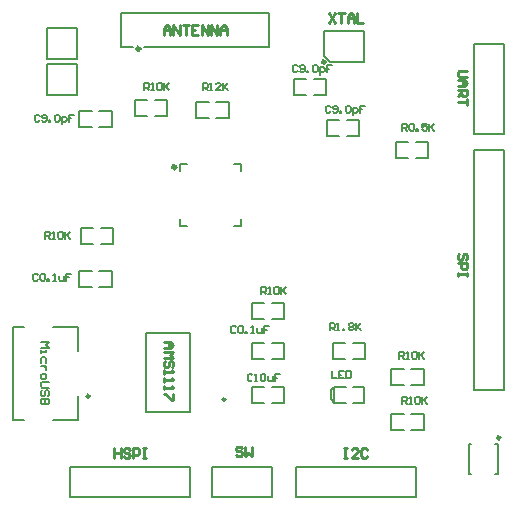
<source format=gto>
G04*
G04 #@! TF.GenerationSoftware,Altium Limited,Altium Designer,18.1.7 (191)*
G04*
G04 Layer_Color=65535*
%FSLAX43Y43*%
%MOMM*%
G71*
G01*
G75*
%ADD10C,0.250*%
%ADD11C,0.350*%
%ADD12C,0.450*%
%ADD13C,0.152*%
%ADD14C,0.127*%
%ADD15C,0.152*%
%ADD16C,0.200*%
%ADD17C,0.254*%
%ADD18C,0.180*%
D10*
X18033Y10654D02*
G03*
X18033Y10654I-125J0D01*
G01*
X6540Y10922D02*
G03*
X6540Y10922I-125J0D01*
G01*
D11*
X10819Y40335D02*
G03*
X10819Y40335I-150J0D01*
G01*
X26467Y39213D02*
G03*
X26467Y39213I-100J0D01*
G01*
X41278Y7413D02*
G03*
X41278Y7413I-100J0D01*
G01*
D12*
X13795Y30319D02*
G03*
X13795Y30319I-100J0D01*
G01*
D13*
X11358Y9604D02*
Y16304D01*
Y16301D02*
X15058D01*
Y9601D02*
Y16301D01*
X11358Y9601D02*
X15058D01*
X9244Y43360D02*
X21744D01*
X9244Y40460D02*
X10244D01*
X9244Y40510D02*
Y43310D01*
X11119Y40460D02*
X21744D01*
Y43335D01*
X26367Y39738D02*
X26892Y39213D01*
X26367Y39738D02*
Y41813D01*
X26892Y39213D02*
X29767D01*
X26367Y39738D02*
X26892Y39213D01*
X26367Y41813D02*
X29767D01*
Y39213D02*
Y41813D01*
X18795Y30544D02*
X19395D01*
Y29944D02*
Y30544D01*
Y25344D02*
Y25944D01*
X18795Y25344D02*
X19395D01*
X14195D02*
X14795D01*
X14195D02*
Y25944D01*
Y30544D02*
X14763D01*
X14195Y29944D02*
Y30544D01*
X26949Y10663D02*
X27249Y10363D01*
X26949Y11435D02*
X27249Y11735D01*
X26949Y10663D02*
Y11435D01*
D14*
X3417Y16764D02*
X5575D01*
X67D02*
X1017D01*
X67Y8890D02*
X1017D01*
X5575Y14732D02*
Y16727D01*
Y8927D02*
Y10922D01*
X67Y8927D02*
Y16727D01*
X3417Y8890D02*
X5575D01*
D15*
X28835Y14046D02*
X29896D01*
X28835Y15418D02*
X29896D01*
X27127D02*
X28210D01*
X27127Y14046D02*
X28210D01*
X29896D02*
Y15418D01*
X27127Y14046D02*
Y15418D01*
X27249Y10363D02*
Y11735D01*
X29810Y10363D02*
Y11735D01*
X27249Y10363D02*
X28224D01*
X27249Y11735D02*
X28224D01*
X28824D02*
X29810D01*
X28824Y10363D02*
X29810D01*
X23038D02*
Y11735D01*
X20269Y10363D02*
Y11735D01*
X21955D02*
X23038D01*
X21955Y10363D02*
X23038D01*
X20269D02*
X21330D01*
X20269Y11735D02*
X21330D01*
X23038Y14046D02*
Y15418D01*
X20269Y14046D02*
Y15418D01*
X21955D02*
X23038D01*
X21955Y14046D02*
X23038D01*
X20269D02*
X21330D01*
X20269Y15418D02*
X21330D01*
X32080Y9449D02*
X33141D01*
X32080Y8077D02*
X33141D01*
X33766D02*
X34849D01*
X33766Y9449D02*
X34849D01*
X32080Y8077D02*
Y9449D01*
X34849Y8077D02*
Y9449D01*
X32080Y13259D02*
X33141D01*
X32080Y11887D02*
X33141D01*
X33766D02*
X34849D01*
X33766Y13259D02*
X34849D01*
X32080Y11887D02*
Y13259D01*
X34849Y11887D02*
Y13259D01*
X32461Y32436D02*
X33522D01*
X32461Y31064D02*
X33522D01*
X34147D02*
X35230D01*
X34147Y32436D02*
X35230D01*
X32461Y31064D02*
Y32436D01*
X35230Y31064D02*
Y32436D01*
X20269Y18847D02*
X21330D01*
X20269Y17475D02*
X21330D01*
X21955D02*
X23038D01*
X21955Y18847D02*
X23038D01*
X20269Y17475D02*
Y18847D01*
X23038Y17475D02*
Y18847D01*
X10363Y35992D02*
X11424D01*
X10363Y34620D02*
X11424D01*
X12049D02*
X13132D01*
X12049Y35992D02*
X13132D01*
X10363Y34620D02*
Y35992D01*
X13132Y34620D02*
Y35992D01*
X15570Y35865D02*
X16631D01*
X15570Y34493D02*
X16631D01*
X17256D02*
X18339D01*
X17256Y35865D02*
X18339D01*
X15570Y34493D02*
Y35865D01*
X18339Y34493D02*
Y35865D01*
X5791Y25197D02*
X6852D01*
X5791Y23825D02*
X6852D01*
X7477D02*
X8560D01*
X7477Y25197D02*
X8560D01*
X5791Y23825D02*
Y25197D01*
X8560Y23825D02*
Y25197D01*
X8433Y20142D02*
Y21514D01*
X5664Y20142D02*
Y21514D01*
X7350D02*
X8433D01*
X7350Y20142D02*
X8433D01*
X5664D02*
X6725D01*
X5664Y21514D02*
X6725D01*
X8433Y33731D02*
Y35103D01*
X5664Y33731D02*
Y35103D01*
X7350D02*
X8433D01*
X7350Y33731D02*
X8433D01*
X5664D02*
X6725D01*
X5664Y35103D02*
X6725D01*
X29388Y32969D02*
Y34341D01*
X26619Y32969D02*
Y34341D01*
X28305D02*
X29388D01*
X28305Y32969D02*
X29388D01*
X26619D02*
X27680D01*
X26619Y34341D02*
X27680D01*
X23825Y36398D02*
Y37770D01*
X26594Y36398D02*
Y37770D01*
X23825Y36398D02*
X24908D01*
X23825Y37770D02*
X24908D01*
X25533D02*
X26594D01*
X25533Y36398D02*
X26594D01*
D16*
X2921Y36449D02*
Y39069D01*
Y36449D02*
X5461D01*
Y39069D01*
X2921D02*
X5461D01*
X2921Y39497D02*
Y42117D01*
Y39497D02*
X5461D01*
Y42117D01*
X2921D02*
X5461D01*
X24003Y2413D02*
Y4953D01*
X34163D01*
X24003Y2413D02*
X34163D01*
Y4953D01*
X21998Y2413D02*
Y4953D01*
X16918Y2413D02*
X21998D01*
X16918D02*
Y4953D01*
X21998D01*
X41656Y33147D02*
Y40767D01*
X39116D02*
X41656D01*
X39116Y33147D02*
Y40767D01*
Y33147D02*
X41656D01*
X39116Y11434D02*
Y31754D01*
Y11434D02*
X41656D01*
Y31754D01*
X39116D02*
X41656D01*
X40878Y4338D02*
X41118D01*
X38628D02*
X38878D01*
X38628Y6838D02*
X38878D01*
X40878D02*
X41128D01*
Y4338D02*
Y6838D01*
X38628Y4338D02*
Y6838D01*
X4853Y2413D02*
Y4953D01*
X15013D01*
X4853Y2413D02*
X15013D01*
Y4953D01*
X2413Y15494D02*
X3113D01*
X2880Y15261D01*
X3113Y15027D01*
X2413D01*
Y14794D02*
Y14561D01*
Y14678D01*
X2880D01*
Y14794D01*
Y13745D02*
Y14094D01*
X2763Y14211D01*
X2530D01*
X2413Y14094D01*
Y13745D01*
X2880Y13511D02*
X2413D01*
X2646D01*
X2763Y13395D01*
X2880Y13278D01*
Y13161D01*
X2413Y12695D02*
Y12462D01*
X2530Y12345D01*
X2763D01*
X2880Y12462D01*
Y12695D01*
X2763Y12812D01*
X2530D01*
X2413Y12695D01*
X3113Y12112D02*
X2530D01*
X2413Y11995D01*
Y11762D01*
X2530Y11645D01*
X3113D01*
X2996Y10945D02*
X3113Y11062D01*
Y11295D01*
X2996Y11412D01*
X2880D01*
X2763Y11295D01*
Y11062D01*
X2646Y10945D01*
X2530D01*
X2413Y11062D01*
Y11295D01*
X2530Y11412D01*
X3113Y10712D02*
X2413D01*
Y10362D01*
X2530Y10246D01*
X2646D01*
X2763Y10362D01*
Y10712D01*
Y10362D01*
X2880Y10246D01*
X2996D01*
X3113Y10362D01*
Y10712D01*
D17*
X26797Y43345D02*
X27330Y42545D01*
Y43345D02*
X26797Y42545D01*
X27597Y43345D02*
X28130D01*
X27863D01*
Y42545D01*
X28396D02*
Y43078D01*
X28663Y43345D01*
X28930Y43078D01*
Y42545D01*
Y42945D01*
X28396D01*
X29196Y43345D02*
Y42545D01*
X29729D01*
X38519Y38481D02*
X37852D01*
X37719Y38348D01*
Y38081D01*
X37852Y37948D01*
X38519D01*
X37719Y37681D02*
X38252D01*
X38519Y37415D01*
X38252Y37148D01*
X37719D01*
X38119D01*
Y37681D01*
X37719Y36882D02*
X38519D01*
Y36482D01*
X38385Y36348D01*
X38119D01*
X37986Y36482D01*
Y36882D01*
Y36615D02*
X37719Y36348D01*
X38519Y36082D02*
Y35549D01*
Y35815D01*
X37719D01*
X38385Y22454D02*
X38519Y22587D01*
Y22854D01*
X38385Y22987D01*
X38252D01*
X38119Y22854D01*
Y22587D01*
X37986Y22454D01*
X37852D01*
X37719Y22587D01*
Y22854D01*
X37852Y22987D01*
X37719Y22187D02*
X38519D01*
Y21787D01*
X38385Y21654D01*
X38119D01*
X37986Y21787D01*
Y22187D01*
X38519Y21388D02*
Y21121D01*
Y21254D01*
X37719D01*
Y21388D01*
Y21121D01*
X19456Y6508D02*
X19323Y6642D01*
X19056D01*
X18923Y6508D01*
Y6375D01*
X19056Y6242D01*
X19323D01*
X19456Y6109D01*
Y5975D01*
X19323Y5842D01*
X19056D01*
X18923Y5975D01*
X19723Y6642D02*
Y5842D01*
X19989Y6109D01*
X20256Y5842D01*
Y6642D01*
X28067Y6515D02*
X28334D01*
X28200D01*
Y5715D01*
X28067D01*
X28334D01*
X29267D02*
X28733D01*
X29267Y6248D01*
Y6381D01*
X29133Y6515D01*
X28867D01*
X28733Y6381D01*
X30066D02*
X29933Y6515D01*
X29666D01*
X29533Y6381D01*
Y5848D01*
X29666Y5715D01*
X29933D01*
X30066Y5848D01*
X8636Y6515D02*
Y5715D01*
Y6115D01*
X9169D01*
Y6515D01*
Y5715D01*
X9969Y6381D02*
X9836Y6515D01*
X9569D01*
X9436Y6381D01*
Y6248D01*
X9569Y6115D01*
X9836D01*
X9969Y5982D01*
Y5848D01*
X9836Y5715D01*
X9569D01*
X9436Y5848D01*
X10235Y5715D02*
Y6515D01*
X10635D01*
X10769Y6381D01*
Y6115D01*
X10635Y5982D01*
X10235D01*
X11035Y6515D02*
X11302D01*
X11169D01*
Y5715D01*
X11035D01*
X11302D01*
X12827Y15494D02*
X13360D01*
X13627Y15227D01*
X13360Y14961D01*
X12827D01*
X13227D01*
Y15494D01*
X12827Y14694D02*
X13627D01*
X13360Y14428D01*
X13627Y14161D01*
X12827D01*
X13493Y13361D02*
X13627Y13495D01*
Y13761D01*
X13493Y13895D01*
X13360D01*
X13227Y13761D01*
Y13495D01*
X13094Y13361D01*
X12960D01*
X12827Y13495D01*
Y13761D01*
X12960Y13895D01*
X12827Y13095D02*
Y12828D01*
Y12961D01*
X13627D01*
X13493Y13095D01*
X12827Y12428D02*
Y12162D01*
Y12295D01*
X13627D01*
X13493Y12428D01*
X12827Y11762D02*
Y11495D01*
Y11629D01*
X13627D01*
X13493Y11762D01*
X13627Y11095D02*
Y10562D01*
X13493D01*
X12960Y11095D01*
X12827D01*
Y41529D02*
Y42062D01*
X13094Y42329D01*
X13360Y42062D01*
Y41529D01*
Y41929D01*
X12827D01*
X13627Y41529D02*
Y42329D01*
X14160Y41529D01*
Y42329D01*
X14426D02*
X14960D01*
X14693D01*
Y41529D01*
X15759Y42329D02*
X15226D01*
Y41529D01*
X15759D01*
X15226Y41929D02*
X15493D01*
X16026Y41529D02*
Y42329D01*
X16559Y41529D01*
Y42329D01*
X16826Y41529D02*
Y42329D01*
X17359Y41529D01*
Y42329D01*
X17625Y41529D02*
Y42062D01*
X17892Y42329D01*
X18159Y42062D01*
Y41529D01*
Y41929D01*
X17625D01*
D18*
X27051Y13046D02*
Y12446D01*
X27451D01*
X28051Y13046D02*
X27651D01*
Y12446D01*
X28051D01*
X27651Y12746D02*
X27851D01*
X28251Y13046D02*
Y12446D01*
X28551D01*
X28650Y12546D01*
Y12946D01*
X28551Y13046D01*
X28251D01*
X33020Y10287D02*
Y10887D01*
X33320D01*
X33420Y10787D01*
Y10587D01*
X33320Y10487D01*
X33020D01*
X33220D02*
X33420Y10287D01*
X33620D02*
X33820D01*
X33720D01*
Y10887D01*
X33620Y10787D01*
X34120D02*
X34220Y10887D01*
X34420D01*
X34520Y10787D01*
Y10387D01*
X34420Y10287D01*
X34220D01*
X34120Y10387D01*
Y10787D01*
X34719Y10887D02*
Y10287D01*
Y10487D01*
X35119Y10887D01*
X34819Y10587D01*
X35119Y10287D01*
X32766Y14097D02*
Y14697D01*
X33066D01*
X33166Y14597D01*
Y14397D01*
X33066Y14297D01*
X32766D01*
X32966D02*
X33166Y14097D01*
X33366D02*
X33566D01*
X33466D01*
Y14697D01*
X33366Y14597D01*
X33866D02*
X33966Y14697D01*
X34166D01*
X34266Y14597D01*
Y14197D01*
X34166Y14097D01*
X33966D01*
X33866Y14197D01*
Y14597D01*
X34465Y14697D02*
Y14097D01*
Y14297D01*
X34865Y14697D01*
X34565Y14397D01*
X34865Y14097D01*
X20335Y12692D02*
X20235Y12792D01*
X20035D01*
X19936Y12692D01*
Y12292D01*
X20035Y12192D01*
X20235D01*
X20335Y12292D01*
X20535Y12192D02*
X20735D01*
X20635D01*
Y12792D01*
X20535Y12692D01*
X21035D02*
X21135Y12792D01*
X21335D01*
X21435Y12692D01*
Y12292D01*
X21335Y12192D01*
X21135D01*
X21035Y12292D01*
Y12692D01*
X21635Y12592D02*
Y12292D01*
X21735Y12192D01*
X22035D01*
Y12592D01*
X22635Y12792D02*
X22235D01*
Y12492D01*
X22435D01*
X22235D01*
Y12192D01*
X18942Y16756D02*
X18842Y16856D01*
X18642D01*
X18542Y16756D01*
Y16356D01*
X18642Y16256D01*
X18842D01*
X18942Y16356D01*
X19142Y16756D02*
X19242Y16856D01*
X19442D01*
X19542Y16756D01*
Y16356D01*
X19442Y16256D01*
X19242D01*
X19142Y16356D01*
Y16756D01*
X19742Y16256D02*
Y16356D01*
X19842D01*
Y16256D01*
X19742D01*
X20241D02*
X20441D01*
X20341D01*
Y16856D01*
X20241Y16756D01*
X20741Y16656D02*
Y16356D01*
X20841Y16256D01*
X21141D01*
Y16656D01*
X21741Y16856D02*
X21341D01*
Y16556D01*
X21541D01*
X21341D01*
Y16256D01*
X26892Y16510D02*
Y17110D01*
X27192D01*
X27292Y17010D01*
Y16810D01*
X27192Y16710D01*
X26892D01*
X27092D02*
X27292Y16510D01*
X27492D02*
X27692D01*
X27592D01*
Y17110D01*
X27492Y17010D01*
X27992Y16510D02*
Y16610D01*
X28092D01*
Y16510D01*
X27992D01*
X28491Y17010D02*
X28591Y17110D01*
X28791D01*
X28891Y17010D01*
Y16910D01*
X28791Y16810D01*
X28891Y16710D01*
Y16610D01*
X28791Y16510D01*
X28591D01*
X28491Y16610D01*
Y16710D01*
X28591Y16810D01*
X28491Y16910D01*
Y17010D01*
X28591Y16810D02*
X28791D01*
X29091Y17110D02*
Y16510D01*
Y16710D01*
X29491Y17110D01*
X29191Y16810D01*
X29491Y16510D01*
X21082Y19558D02*
Y20158D01*
X21382D01*
X21482Y20058D01*
Y19858D01*
X21382Y19758D01*
X21082D01*
X21282D02*
X21482Y19558D01*
X21682D02*
X21882D01*
X21782D01*
Y20158D01*
X21682Y20058D01*
X22182D02*
X22282Y20158D01*
X22482D01*
X22582Y20058D01*
Y19658D01*
X22482Y19558D01*
X22282D01*
X22182Y19658D01*
Y20058D01*
X22781Y20158D02*
Y19558D01*
Y19758D01*
X23181Y20158D01*
X22881Y19858D01*
X23181Y19558D01*
X33020Y33401D02*
Y34001D01*
X33320D01*
X33420Y33901D01*
Y33701D01*
X33320Y33601D01*
X33020D01*
X33220D02*
X33420Y33401D01*
X33620Y33901D02*
X33720Y34001D01*
X33920D01*
X34020Y33901D01*
Y33501D01*
X33920Y33401D01*
X33720D01*
X33620Y33501D01*
Y33901D01*
X34220Y33401D02*
Y33501D01*
X34320D01*
Y33401D01*
X34220D01*
X35119Y34001D02*
X34719D01*
Y33701D01*
X34919Y33801D01*
X35019D01*
X35119Y33701D01*
Y33501D01*
X35019Y33401D01*
X34819D01*
X34719Y33501D01*
X35319Y34001D02*
Y33401D01*
Y33601D01*
X35719Y34001D01*
X35419Y33701D01*
X35719Y33401D01*
X26943Y35425D02*
X26843Y35525D01*
X26643D01*
X26543Y35425D01*
Y35025D01*
X26643Y34925D01*
X26843D01*
X26943Y35025D01*
X27143D02*
X27243Y34925D01*
X27443D01*
X27543Y35025D01*
Y35425D01*
X27443Y35525D01*
X27243D01*
X27143Y35425D01*
Y35325D01*
X27243Y35225D01*
X27543D01*
X27743Y34925D02*
Y35025D01*
X27843D01*
Y34925D01*
X27743D01*
X28242Y35425D02*
X28342Y35525D01*
X28542D01*
X28642Y35425D01*
Y35025D01*
X28542Y34925D01*
X28342D01*
X28242Y35025D01*
Y35425D01*
X28842Y34725D02*
Y35325D01*
X29142D01*
X29242Y35225D01*
Y35025D01*
X29142Y34925D01*
X28842D01*
X29842Y35525D02*
X29442D01*
Y35225D01*
X29642D01*
X29442D01*
Y34925D01*
X24149Y38854D02*
X24049Y38954D01*
X23849D01*
X23749Y38854D01*
Y38454D01*
X23849Y38354D01*
X24049D01*
X24149Y38454D01*
X24349D02*
X24449Y38354D01*
X24649D01*
X24749Y38454D01*
Y38854D01*
X24649Y38954D01*
X24449D01*
X24349Y38854D01*
Y38754D01*
X24449Y38654D01*
X24749D01*
X24949Y38354D02*
Y38454D01*
X25049D01*
Y38354D01*
X24949D01*
X25448Y38854D02*
X25548Y38954D01*
X25748D01*
X25848Y38854D01*
Y38454D01*
X25748Y38354D01*
X25548D01*
X25448Y38454D01*
Y38854D01*
X26048Y38154D02*
Y38754D01*
X26348D01*
X26448Y38654D01*
Y38454D01*
X26348Y38354D01*
X26048D01*
X27048Y38954D02*
X26648D01*
Y38654D01*
X26848D01*
X26648D01*
Y38354D01*
X16129Y36830D02*
Y37430D01*
X16429D01*
X16529Y37330D01*
Y37130D01*
X16429Y37030D01*
X16129D01*
X16329D02*
X16529Y36830D01*
X16729D02*
X16929D01*
X16829D01*
Y37430D01*
X16729Y37330D01*
X17629Y36830D02*
X17229D01*
X17629Y37230D01*
Y37330D01*
X17529Y37430D01*
X17329D01*
X17229Y37330D01*
X17828Y37430D02*
Y36830D01*
Y37030D01*
X18228Y37430D01*
X17928Y37130D01*
X18228Y36830D01*
X11176D02*
Y37430D01*
X11476D01*
X11576Y37330D01*
Y37130D01*
X11476Y37030D01*
X11176D01*
X11376D02*
X11576Y36830D01*
X11776D02*
X11976D01*
X11876D01*
Y37430D01*
X11776Y37330D01*
X12276D02*
X12376Y37430D01*
X12576D01*
X12676Y37330D01*
Y36930D01*
X12576Y36830D01*
X12376D01*
X12276Y36930D01*
Y37330D01*
X12875Y37430D02*
Y36830D01*
Y37030D01*
X13275Y37430D01*
X12975Y37130D01*
X13275Y36830D01*
X2178Y21201D02*
X2078Y21301D01*
X1878D01*
X1778Y21201D01*
Y20801D01*
X1878Y20701D01*
X2078D01*
X2178Y20801D01*
X2378Y21201D02*
X2478Y21301D01*
X2678D01*
X2778Y21201D01*
Y20801D01*
X2678Y20701D01*
X2478D01*
X2378Y20801D01*
Y21201D01*
X2978Y20701D02*
Y20801D01*
X3078D01*
Y20701D01*
X2978D01*
X3477D02*
X3677D01*
X3577D01*
Y21301D01*
X3477Y21201D01*
X3977Y21101D02*
Y20801D01*
X4077Y20701D01*
X4377D01*
Y21101D01*
X4977Y21301D02*
X4577D01*
Y21001D01*
X4777D01*
X4577D01*
Y20701D01*
X2794Y24257D02*
Y24857D01*
X3094D01*
X3194Y24757D01*
Y24557D01*
X3094Y24457D01*
X2794D01*
X2994D02*
X3194Y24257D01*
X3394D02*
X3594D01*
X3494D01*
Y24857D01*
X3394Y24757D01*
X3894D02*
X3994Y24857D01*
X4194D01*
X4294Y24757D01*
Y24357D01*
X4194Y24257D01*
X3994D01*
X3894Y24357D01*
Y24757D01*
X4493Y24857D02*
Y24257D01*
Y24457D01*
X4893Y24857D01*
X4593Y24557D01*
X4893Y24257D01*
X2305Y34663D02*
X2205Y34763D01*
X2005D01*
X1905Y34663D01*
Y34263D01*
X2005Y34163D01*
X2205D01*
X2305Y34263D01*
X2505D02*
X2605Y34163D01*
X2805D01*
X2905Y34263D01*
Y34663D01*
X2805Y34763D01*
X2605D01*
X2505Y34663D01*
Y34563D01*
X2605Y34463D01*
X2905D01*
X3105Y34163D02*
Y34263D01*
X3205D01*
Y34163D01*
X3105D01*
X3604Y34663D02*
X3704Y34763D01*
X3904D01*
X4004Y34663D01*
Y34263D01*
X3904Y34163D01*
X3704D01*
X3604Y34263D01*
Y34663D01*
X4204Y33963D02*
Y34563D01*
X4504D01*
X4604Y34463D01*
Y34263D01*
X4504Y34163D01*
X4204D01*
X5204Y34763D02*
X4804D01*
Y34463D01*
X5004D01*
X4804D01*
Y34163D01*
M02*

</source>
